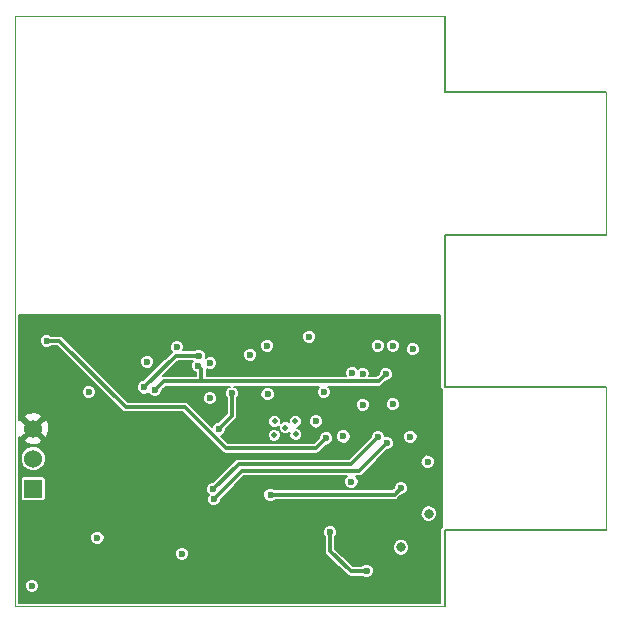
<source format=gbr>
G04 (created by PCBNEW (2013-mar-13)-testing) date Sun 16 Jun 2013 07:49:01 AM ICT*
%MOIN*%
G04 Gerber Fmt 3.4, Leading zero omitted, Abs format*
%FSLAX34Y34*%
G01*
G70*
G90*
G04 APERTURE LIST*
%ADD10C,0.00393701*%
%ADD11C,0.00590551*%
%ADD12R,0.06X0.06*%
%ADD13C,0.06*%
%ADD14C,0.023622*%
%ADD15C,0.019685*%
%ADD16C,0.0314961*%
%ADD17C,0.011811*%
%ADD18C,0.00787402*%
G04 APERTURE END LIST*
G54D10*
G54D11*
X53681Y-32066D02*
X53681Y-26988D01*
X59055Y-32066D02*
X53681Y-32066D01*
X59055Y-22224D02*
X53681Y-22224D01*
X59055Y-26988D02*
X53681Y-26988D01*
X53681Y-36830D02*
X53681Y-39370D01*
X53681Y-22224D02*
X53681Y-19685D01*
X59055Y-36830D02*
X53681Y-36830D01*
G54D10*
X39370Y-19685D02*
X53681Y-19685D01*
X59055Y-22224D02*
X59055Y-26988D01*
X59055Y-32066D02*
X59055Y-36830D01*
X53681Y-39370D02*
X39370Y-39370D01*
X39370Y-39370D02*
X39370Y-19685D01*
G54D12*
X39960Y-35448D03*
G54D13*
X39960Y-34448D03*
X39960Y-33448D03*
G54D14*
X46594Y-32273D03*
X46151Y-33454D03*
X49645Y-32224D03*
X47204Y-30984D03*
X52539Y-33720D03*
X53110Y-34547D03*
X45964Y-35472D03*
X51456Y-33740D03*
X45984Y-35807D03*
X51751Y-33937D03*
X49163Y-30383D03*
X50944Y-31624D03*
X47765Y-30688D03*
X50600Y-31594D03*
X40413Y-30521D03*
X49734Y-33769D03*
X50305Y-33710D03*
X44753Y-30738D03*
X50944Y-32657D03*
X50570Y-35216D03*
X51948Y-32637D03*
X45856Y-32431D03*
X45472Y-31348D03*
X51712Y-31633D03*
X44025Y-32155D03*
X45482Y-31013D03*
X43651Y-32076D03*
X51957Y-30688D03*
X51447Y-30688D03*
X52224Y-35433D03*
X47874Y-35649D03*
G54D15*
X48720Y-33641D03*
X47992Y-33661D03*
X48700Y-33208D03*
X48011Y-33208D03*
X48365Y-33425D03*
G54D16*
X53149Y-36279D03*
G54D14*
X46555Y-31062D03*
X44744Y-31496D03*
G54D15*
X43976Y-34744D03*
X44409Y-34744D03*
X44409Y-34311D03*
X44409Y-33877D03*
X43976Y-33877D03*
X43976Y-34311D03*
X43543Y-34744D03*
X43533Y-34734D03*
X43966Y-35167D03*
X44399Y-35167D03*
X44399Y-35600D03*
X43966Y-35600D03*
X43533Y-35600D03*
X43533Y-35167D03*
X43110Y-34744D03*
X42677Y-34744D03*
X42677Y-35177D03*
X42677Y-35610D03*
X43110Y-35610D03*
X43110Y-35177D03*
X43543Y-34744D03*
X43543Y-34744D03*
X43110Y-34311D03*
X42677Y-34311D03*
X42677Y-33877D03*
X43110Y-33877D03*
X43543Y-33877D03*
X43543Y-34311D03*
G54D14*
X46377Y-34685D03*
X46535Y-33503D03*
X44763Y-37125D03*
X42696Y-37597D03*
X42440Y-31713D03*
X49370Y-31122D03*
G54D15*
X51259Y-36397D03*
X51259Y-36948D03*
X50826Y-36948D03*
X50393Y-36948D03*
X50393Y-36397D03*
X50826Y-36397D03*
G54D14*
X49862Y-36909D03*
X51082Y-38188D03*
X43769Y-31221D03*
X39921Y-38690D03*
X49389Y-33208D03*
X45866Y-31259D03*
X47775Y-32303D03*
X44921Y-37618D03*
X42106Y-37086D03*
X41811Y-32224D03*
X52618Y-30807D03*
G54D16*
X52224Y-37401D03*
G54D17*
X46594Y-33011D02*
X46594Y-32273D01*
X46151Y-33454D02*
X46594Y-33011D01*
X50570Y-34625D02*
X46811Y-34625D01*
X46811Y-34625D02*
X45964Y-35472D01*
X51456Y-33740D02*
X50570Y-34625D01*
X46929Y-34862D02*
X45984Y-35807D01*
X50826Y-34862D02*
X46929Y-34862D01*
X51751Y-33937D02*
X50826Y-34862D01*
X49734Y-33769D02*
X49399Y-34104D01*
X49399Y-34104D02*
X46387Y-34104D01*
X46387Y-34104D02*
X45009Y-32726D01*
X45009Y-32726D02*
X43041Y-32726D01*
X43041Y-32726D02*
X40836Y-30521D01*
X40836Y-30521D02*
X40413Y-30521D01*
X40413Y-30521D02*
X40393Y-30521D01*
X45570Y-31446D02*
X45570Y-31870D01*
X45472Y-31348D02*
X45570Y-31446D01*
X44311Y-31870D02*
X44035Y-32145D01*
X51476Y-31870D02*
X45570Y-31870D01*
X45570Y-31870D02*
X44311Y-31870D01*
X51712Y-31633D02*
X51476Y-31870D01*
X44035Y-32145D02*
X44035Y-32145D01*
X44025Y-32155D02*
X44035Y-32145D01*
X44714Y-31013D02*
X45482Y-31013D01*
X43651Y-32076D02*
X44714Y-31013D01*
X52224Y-35433D02*
X52007Y-35649D01*
X52007Y-35649D02*
X47874Y-35649D01*
X49862Y-37519D02*
X49862Y-36909D01*
X50551Y-38208D02*
X49862Y-37519D01*
X51062Y-38208D02*
X50551Y-38208D01*
X51082Y-38188D02*
X51062Y-38208D01*
X43769Y-31221D02*
X43769Y-31220D01*
X52224Y-37401D02*
X52244Y-37401D01*
G54D10*
G36*
X45393Y-31692D02*
X44311Y-31692D01*
X44279Y-31699D01*
X44787Y-31190D01*
X45295Y-31190D01*
X45272Y-31214D01*
X45236Y-31301D01*
X45236Y-31395D01*
X45272Y-31482D01*
X45338Y-31548D01*
X45393Y-31571D01*
X45393Y-31692D01*
X45393Y-31692D01*
G37*
G54D18*
X45393Y-31692D02*
X44311Y-31692D01*
X44279Y-31699D01*
X44787Y-31190D01*
X45295Y-31190D01*
X45272Y-31214D01*
X45236Y-31301D01*
X45236Y-31395D01*
X45272Y-31482D01*
X45338Y-31548D01*
X45393Y-31571D01*
X45393Y-31692D01*
G54D10*
G36*
X53582Y-36722D02*
X53576Y-36726D01*
X53544Y-36774D01*
X53533Y-36830D01*
X53533Y-39251D01*
X53425Y-39251D01*
X53425Y-36224D01*
X53383Y-36123D01*
X53346Y-36086D01*
X53346Y-34500D01*
X53310Y-34413D01*
X53244Y-34347D01*
X53157Y-34311D01*
X53063Y-34310D01*
X52976Y-34346D01*
X52910Y-34413D01*
X52874Y-34500D01*
X52873Y-34594D01*
X52909Y-34680D01*
X52976Y-34747D01*
X53063Y-34783D01*
X53157Y-34783D01*
X53243Y-34747D01*
X53310Y-34681D01*
X53346Y-34594D01*
X53346Y-34500D01*
X53346Y-36086D01*
X53305Y-36046D01*
X53204Y-36003D01*
X53095Y-36003D01*
X52993Y-36045D01*
X52916Y-36123D01*
X52874Y-36224D01*
X52873Y-36334D01*
X52915Y-36435D01*
X52993Y-36513D01*
X53094Y-36555D01*
X53204Y-36555D01*
X53305Y-36513D01*
X53383Y-36435D01*
X53425Y-36334D01*
X53425Y-36224D01*
X53425Y-39251D01*
X52854Y-39251D01*
X52854Y-30760D01*
X52818Y-30673D01*
X52752Y-30606D01*
X52665Y-30570D01*
X52571Y-30570D01*
X52484Y-30606D01*
X52417Y-30673D01*
X52381Y-30759D01*
X52381Y-30853D01*
X52417Y-30940D01*
X52484Y-31007D01*
X52570Y-31043D01*
X52664Y-31043D01*
X52751Y-31007D01*
X52818Y-30941D01*
X52854Y-30854D01*
X52854Y-30760D01*
X52854Y-39251D01*
X52775Y-39251D01*
X52775Y-33673D01*
X52739Y-33586D01*
X52673Y-33520D01*
X52586Y-33484D01*
X52492Y-33484D01*
X52405Y-33520D01*
X52339Y-33586D01*
X52303Y-33673D01*
X52303Y-33767D01*
X52338Y-33854D01*
X52405Y-33920D01*
X52492Y-33956D01*
X52586Y-33956D01*
X52673Y-33920D01*
X52739Y-33854D01*
X52775Y-33767D01*
X52775Y-33673D01*
X52775Y-39251D01*
X52500Y-39251D01*
X52500Y-37346D01*
X52460Y-37251D01*
X52460Y-35386D01*
X52424Y-35299D01*
X52358Y-35232D01*
X52271Y-35196D01*
X52193Y-35196D01*
X52193Y-30642D01*
X52157Y-30555D01*
X52091Y-30488D01*
X52004Y-30452D01*
X51910Y-30452D01*
X51823Y-30488D01*
X51756Y-30554D01*
X51720Y-30641D01*
X51720Y-30735D01*
X51756Y-30822D01*
X51823Y-30889D01*
X51909Y-30925D01*
X52003Y-30925D01*
X52090Y-30889D01*
X52157Y-30822D01*
X52193Y-30736D01*
X52193Y-30642D01*
X52193Y-35196D01*
X52185Y-35196D01*
X52185Y-32591D01*
X52149Y-32504D01*
X52082Y-32437D01*
X51996Y-32401D01*
X51948Y-32401D01*
X51948Y-31587D01*
X51912Y-31500D01*
X51846Y-31433D01*
X51759Y-31397D01*
X51683Y-31397D01*
X51683Y-30642D01*
X51647Y-30555D01*
X51581Y-30488D01*
X51494Y-30452D01*
X51400Y-30452D01*
X51313Y-30488D01*
X51246Y-30554D01*
X51210Y-30641D01*
X51210Y-30735D01*
X51246Y-30822D01*
X51313Y-30889D01*
X51399Y-30925D01*
X51493Y-30925D01*
X51580Y-30889D01*
X51647Y-30822D01*
X51683Y-30736D01*
X51683Y-30642D01*
X51683Y-31397D01*
X51665Y-31397D01*
X51578Y-31433D01*
X51512Y-31499D01*
X51476Y-31586D01*
X51476Y-31619D01*
X51402Y-31692D01*
X51172Y-31692D01*
X51181Y-31671D01*
X51181Y-31577D01*
X51145Y-31490D01*
X51078Y-31423D01*
X50992Y-31387D01*
X50898Y-31387D01*
X50811Y-31423D01*
X50787Y-31447D01*
X50734Y-31394D01*
X50647Y-31358D01*
X50553Y-31358D01*
X50466Y-31394D01*
X50400Y-31460D01*
X50364Y-31547D01*
X50364Y-31641D01*
X50385Y-31692D01*
X49399Y-31692D01*
X49399Y-30337D01*
X49363Y-30250D01*
X49297Y-30183D01*
X49210Y-30147D01*
X49116Y-30147D01*
X49029Y-30183D01*
X48963Y-30249D01*
X48927Y-30336D01*
X48927Y-30430D01*
X48963Y-30517D01*
X49029Y-30583D01*
X49116Y-30620D01*
X49210Y-30620D01*
X49297Y-30584D01*
X49363Y-30517D01*
X49399Y-30431D01*
X49399Y-30337D01*
X49399Y-31692D01*
X48002Y-31692D01*
X48002Y-30642D01*
X47966Y-30555D01*
X47899Y-30488D01*
X47812Y-30452D01*
X47718Y-30452D01*
X47632Y-30488D01*
X47565Y-30554D01*
X47529Y-30641D01*
X47529Y-30735D01*
X47565Y-30822D01*
X47631Y-30889D01*
X47718Y-30925D01*
X47812Y-30925D01*
X47899Y-30889D01*
X47965Y-30822D01*
X48001Y-30736D01*
X48002Y-30642D01*
X48002Y-31692D01*
X47440Y-31692D01*
X47440Y-30937D01*
X47405Y-30850D01*
X47338Y-30784D01*
X47251Y-30748D01*
X47157Y-30747D01*
X47071Y-30783D01*
X47004Y-30850D01*
X46968Y-30937D01*
X46968Y-31031D01*
X47004Y-31117D01*
X47070Y-31184D01*
X47157Y-31220D01*
X47251Y-31220D01*
X47338Y-31184D01*
X47404Y-31118D01*
X47440Y-31031D01*
X47440Y-30937D01*
X47440Y-31692D01*
X45748Y-31692D01*
X45748Y-31466D01*
X45818Y-31496D01*
X45912Y-31496D01*
X45999Y-31460D01*
X46066Y-31393D01*
X46102Y-31307D01*
X46102Y-31213D01*
X46066Y-31126D01*
X46000Y-31059D01*
X45913Y-31023D01*
X45819Y-31023D01*
X45732Y-31059D01*
X45709Y-31082D01*
X45718Y-31060D01*
X45718Y-30966D01*
X45682Y-30880D01*
X45616Y-30813D01*
X45529Y-30777D01*
X45435Y-30777D01*
X45348Y-30813D01*
X45325Y-30836D01*
X44968Y-30836D01*
X44990Y-30785D01*
X44990Y-30691D01*
X44954Y-30604D01*
X44887Y-30538D01*
X44801Y-30502D01*
X44707Y-30501D01*
X44620Y-30537D01*
X44553Y-30604D01*
X44517Y-30690D01*
X44517Y-30784D01*
X44553Y-30871D01*
X44579Y-30898D01*
X44005Y-31471D01*
X44005Y-31174D01*
X43970Y-31087D01*
X43903Y-31020D01*
X43816Y-30984D01*
X43722Y-30984D01*
X43636Y-31020D01*
X43569Y-31087D01*
X43533Y-31173D01*
X43533Y-31267D01*
X43569Y-31354D01*
X43635Y-31421D01*
X43722Y-31457D01*
X43816Y-31457D01*
X43903Y-31421D01*
X43969Y-31355D01*
X44005Y-31268D01*
X44005Y-31174D01*
X44005Y-31471D01*
X43637Y-31840D01*
X43604Y-31840D01*
X43517Y-31876D01*
X43451Y-31942D01*
X43415Y-32029D01*
X43415Y-32123D01*
X43451Y-32210D01*
X43517Y-32276D01*
X43604Y-32312D01*
X43698Y-32313D01*
X43785Y-32277D01*
X43810Y-32252D01*
X43825Y-32289D01*
X43891Y-32355D01*
X43978Y-32391D01*
X44072Y-32391D01*
X44159Y-32355D01*
X44225Y-32289D01*
X44261Y-32202D01*
X44261Y-32169D01*
X44384Y-32047D01*
X45570Y-32047D01*
X46523Y-32047D01*
X46460Y-32073D01*
X46394Y-32139D01*
X46358Y-32226D01*
X46358Y-32320D01*
X46394Y-32407D01*
X46417Y-32430D01*
X46417Y-32938D01*
X46137Y-33218D01*
X46104Y-33218D01*
X46092Y-33223D01*
X46092Y-32384D01*
X46056Y-32297D01*
X45990Y-32230D01*
X45903Y-32194D01*
X45809Y-32194D01*
X45722Y-32230D01*
X45656Y-32297D01*
X45620Y-32383D01*
X45620Y-32477D01*
X45655Y-32564D01*
X45722Y-32631D01*
X45809Y-32667D01*
X45903Y-32667D01*
X45989Y-32631D01*
X46056Y-32565D01*
X46092Y-32478D01*
X46092Y-32384D01*
X46092Y-33223D01*
X46017Y-33254D01*
X45951Y-33320D01*
X45923Y-33389D01*
X45135Y-32601D01*
X45077Y-32562D01*
X45009Y-32549D01*
X43114Y-32549D01*
X40961Y-30396D01*
X40904Y-30357D01*
X40836Y-30344D01*
X40570Y-30344D01*
X40547Y-30321D01*
X40460Y-30285D01*
X40366Y-30285D01*
X40279Y-30321D01*
X40213Y-30387D01*
X40177Y-30474D01*
X40177Y-30568D01*
X40213Y-30655D01*
X40279Y-30721D01*
X40366Y-30757D01*
X40460Y-30757D01*
X40547Y-30722D01*
X40570Y-30698D01*
X40763Y-30698D01*
X42916Y-32851D01*
X42973Y-32890D01*
X42973Y-32890D01*
X43041Y-32903D01*
X44936Y-32903D01*
X46262Y-34229D01*
X46319Y-34268D01*
X46387Y-34281D01*
X49399Y-34281D01*
X49467Y-34268D01*
X49467Y-34268D01*
X49524Y-34229D01*
X49748Y-34005D01*
X49781Y-34005D01*
X49867Y-33970D01*
X49934Y-33903D01*
X49970Y-33816D01*
X49970Y-33722D01*
X49934Y-33636D01*
X49868Y-33569D01*
X49781Y-33533D01*
X49687Y-33533D01*
X49626Y-33558D01*
X49626Y-33161D01*
X49590Y-33075D01*
X49523Y-33008D01*
X49436Y-32972D01*
X49342Y-32972D01*
X49256Y-33008D01*
X49189Y-33074D01*
X49153Y-33161D01*
X49153Y-33255D01*
X49189Y-33342D01*
X49255Y-33408D01*
X49342Y-33444D01*
X49436Y-33444D01*
X49523Y-33409D01*
X49589Y-33342D01*
X49625Y-33255D01*
X49626Y-33161D01*
X49626Y-33558D01*
X49600Y-33569D01*
X49534Y-33635D01*
X49498Y-33722D01*
X49498Y-33755D01*
X49326Y-33927D01*
X48937Y-33927D01*
X48937Y-33598D01*
X48904Y-33519D01*
X48843Y-33458D01*
X48763Y-33425D01*
X48743Y-33425D01*
X48823Y-33392D01*
X48884Y-33331D01*
X48917Y-33251D01*
X48917Y-33165D01*
X48884Y-33086D01*
X48823Y-33025D01*
X48744Y-32992D01*
X48657Y-32992D01*
X48578Y-33024D01*
X48517Y-33085D01*
X48484Y-33165D01*
X48484Y-33239D01*
X48409Y-33208D01*
X48322Y-33208D01*
X48243Y-33241D01*
X48225Y-33259D01*
X48228Y-33251D01*
X48228Y-33165D01*
X48195Y-33086D01*
X48134Y-33025D01*
X48055Y-32992D01*
X48011Y-32992D01*
X48011Y-32256D01*
X47975Y-32169D01*
X47909Y-32103D01*
X47822Y-32066D01*
X47728Y-32066D01*
X47641Y-32102D01*
X47575Y-32169D01*
X47539Y-32255D01*
X47539Y-32349D01*
X47575Y-32436D01*
X47641Y-32503D01*
X47728Y-32539D01*
X47822Y-32539D01*
X47909Y-32503D01*
X47975Y-32437D01*
X48011Y-32350D01*
X48011Y-32256D01*
X48011Y-32992D01*
X47968Y-32992D01*
X47889Y-33024D01*
X47828Y-33085D01*
X47795Y-33165D01*
X47795Y-33251D01*
X47828Y-33331D01*
X47888Y-33392D01*
X47968Y-33425D01*
X48054Y-33425D01*
X48134Y-33392D01*
X48152Y-33374D01*
X48149Y-33381D01*
X48149Y-33468D01*
X48182Y-33547D01*
X48243Y-33608D01*
X48322Y-33641D01*
X48408Y-33641D01*
X48488Y-33608D01*
X48507Y-33589D01*
X48503Y-33598D01*
X48503Y-33684D01*
X48536Y-33764D01*
X48597Y-33825D01*
X48677Y-33858D01*
X48763Y-33858D01*
X48842Y-33825D01*
X48903Y-33764D01*
X48936Y-33684D01*
X48937Y-33598D01*
X48937Y-33927D01*
X48208Y-33927D01*
X48208Y-33618D01*
X48175Y-33538D01*
X48114Y-33477D01*
X48035Y-33444D01*
X47949Y-33444D01*
X47869Y-33477D01*
X47808Y-33538D01*
X47775Y-33618D01*
X47775Y-33704D01*
X47808Y-33783D01*
X47869Y-33844D01*
X47948Y-33877D01*
X48035Y-33877D01*
X48114Y-33845D01*
X48175Y-33784D01*
X48208Y-33704D01*
X48208Y-33618D01*
X48208Y-33927D01*
X46461Y-33927D01*
X46217Y-33683D01*
X46285Y-33655D01*
X46351Y-33588D01*
X46387Y-33501D01*
X46387Y-33469D01*
X46719Y-33137D01*
X46758Y-33079D01*
X46771Y-33011D01*
X46771Y-32430D01*
X46794Y-32407D01*
X46830Y-32320D01*
X46830Y-32226D01*
X46794Y-32139D01*
X46728Y-32073D01*
X46665Y-32047D01*
X49488Y-32047D01*
X49445Y-32090D01*
X49409Y-32177D01*
X49409Y-32271D01*
X49445Y-32358D01*
X49511Y-32424D01*
X49598Y-32460D01*
X49692Y-32460D01*
X49779Y-32424D01*
X49845Y-32358D01*
X49881Y-32271D01*
X49881Y-32177D01*
X49846Y-32090D01*
X49802Y-32047D01*
X51476Y-32047D01*
X51544Y-32033D01*
X51544Y-32033D01*
X51601Y-31995D01*
X51726Y-31870D01*
X51759Y-31870D01*
X51846Y-31834D01*
X51912Y-31767D01*
X51948Y-31681D01*
X51948Y-31587D01*
X51948Y-32401D01*
X51902Y-32401D01*
X51815Y-32437D01*
X51748Y-32503D01*
X51712Y-32590D01*
X51712Y-32684D01*
X51748Y-32771D01*
X51814Y-32837D01*
X51901Y-32873D01*
X51995Y-32874D01*
X52082Y-32838D01*
X52148Y-32771D01*
X52184Y-32684D01*
X52185Y-32591D01*
X52185Y-35196D01*
X52177Y-35196D01*
X52090Y-35232D01*
X52024Y-35299D01*
X51988Y-35385D01*
X51988Y-33890D01*
X51952Y-33803D01*
X51885Y-33736D01*
X51799Y-33700D01*
X51705Y-33700D01*
X51692Y-33705D01*
X51692Y-33693D01*
X51657Y-33606D01*
X51590Y-33540D01*
X51503Y-33503D01*
X51409Y-33503D01*
X51323Y-33539D01*
X51256Y-33606D01*
X51220Y-33692D01*
X51220Y-33725D01*
X51181Y-33765D01*
X51181Y-32610D01*
X51145Y-32523D01*
X51078Y-32457D01*
X50992Y-32421D01*
X50898Y-32421D01*
X50811Y-32457D01*
X50744Y-32523D01*
X50708Y-32610D01*
X50708Y-32704D01*
X50744Y-32791D01*
X50810Y-32857D01*
X50897Y-32893D01*
X50991Y-32893D01*
X51078Y-32857D01*
X51145Y-32791D01*
X51181Y-32704D01*
X51181Y-32610D01*
X51181Y-33765D01*
X50541Y-34404D01*
X50541Y-33663D01*
X50505Y-33576D01*
X50439Y-33510D01*
X50352Y-33474D01*
X50258Y-33474D01*
X50171Y-33510D01*
X50104Y-33576D01*
X50068Y-33663D01*
X50068Y-33757D01*
X50104Y-33844D01*
X50171Y-33910D01*
X50257Y-33946D01*
X50351Y-33946D01*
X50438Y-33911D01*
X50505Y-33844D01*
X50541Y-33757D01*
X50541Y-33663D01*
X50541Y-34404D01*
X50497Y-34448D01*
X46811Y-34448D01*
X46743Y-34462D01*
X46685Y-34500D01*
X45950Y-35236D01*
X45917Y-35236D01*
X45830Y-35272D01*
X45764Y-35338D01*
X45728Y-35425D01*
X45728Y-35519D01*
X45764Y-35606D01*
X45807Y-35649D01*
X45784Y-35673D01*
X45748Y-35759D01*
X45747Y-35853D01*
X45783Y-35940D01*
X45850Y-36007D01*
X45937Y-36043D01*
X46031Y-36043D01*
X46117Y-36007D01*
X46184Y-35941D01*
X46220Y-35854D01*
X46220Y-35821D01*
X47002Y-35039D01*
X50413Y-35039D01*
X50370Y-35082D01*
X50334Y-35169D01*
X50334Y-35263D01*
X50370Y-35350D01*
X50436Y-35416D01*
X50523Y-35452D01*
X50617Y-35452D01*
X50704Y-35416D01*
X50771Y-35350D01*
X50807Y-35263D01*
X50807Y-35169D01*
X50771Y-35082D01*
X50727Y-35039D01*
X50826Y-35039D01*
X50894Y-35025D01*
X50894Y-35025D01*
X50952Y-34987D01*
X51766Y-34173D01*
X51798Y-34173D01*
X51885Y-34137D01*
X51952Y-34070D01*
X51988Y-33984D01*
X51988Y-33890D01*
X51988Y-35385D01*
X51988Y-35418D01*
X51934Y-35472D01*
X48030Y-35472D01*
X48007Y-35449D01*
X47921Y-35413D01*
X47827Y-35413D01*
X47740Y-35449D01*
X47673Y-35515D01*
X47637Y-35602D01*
X47637Y-35696D01*
X47673Y-35783D01*
X47740Y-35849D01*
X47826Y-35885D01*
X47920Y-35885D01*
X48007Y-35849D01*
X48030Y-35826D01*
X52007Y-35826D01*
X52075Y-35813D01*
X52075Y-35813D01*
X52133Y-35774D01*
X52238Y-35669D01*
X52271Y-35669D01*
X52358Y-35633D01*
X52424Y-35567D01*
X52460Y-35480D01*
X52460Y-35386D01*
X52460Y-37251D01*
X52458Y-37245D01*
X52380Y-37168D01*
X52279Y-37126D01*
X52169Y-37125D01*
X52068Y-37167D01*
X51990Y-37245D01*
X51948Y-37346D01*
X51948Y-37456D01*
X51990Y-37557D01*
X52068Y-37635D01*
X52169Y-37677D01*
X52279Y-37677D01*
X52380Y-37635D01*
X52457Y-37557D01*
X52500Y-37456D01*
X52500Y-37346D01*
X52500Y-39251D01*
X51318Y-39251D01*
X51318Y-38142D01*
X51283Y-38055D01*
X51216Y-37988D01*
X51129Y-37952D01*
X51035Y-37952D01*
X50949Y-37988D01*
X50906Y-38031D01*
X50624Y-38031D01*
X50039Y-37446D01*
X50039Y-37066D01*
X50062Y-37043D01*
X50098Y-36956D01*
X50098Y-36862D01*
X50062Y-36775D01*
X49996Y-36709D01*
X49909Y-36673D01*
X49815Y-36673D01*
X49728Y-36709D01*
X49662Y-36775D01*
X49626Y-36862D01*
X49625Y-36956D01*
X49661Y-37043D01*
X49685Y-37066D01*
X49685Y-37519D01*
X49698Y-37587D01*
X49736Y-37644D01*
X50425Y-38333D01*
X50483Y-38372D01*
X50483Y-38372D01*
X50551Y-38385D01*
X50945Y-38385D01*
X50948Y-38389D01*
X51035Y-38425D01*
X51129Y-38425D01*
X51216Y-38389D01*
X51282Y-38322D01*
X51318Y-38236D01*
X51318Y-38142D01*
X51318Y-39251D01*
X45157Y-39251D01*
X45157Y-37571D01*
X45121Y-37484D01*
X45055Y-37417D01*
X44968Y-37381D01*
X44874Y-37381D01*
X44787Y-37417D01*
X44721Y-37484D01*
X44685Y-37570D01*
X44684Y-37664D01*
X44720Y-37751D01*
X44787Y-37818D01*
X44874Y-37854D01*
X44968Y-37854D01*
X45054Y-37818D01*
X45121Y-37752D01*
X45157Y-37665D01*
X45157Y-37571D01*
X45157Y-39251D01*
X42342Y-39251D01*
X42342Y-37039D01*
X42306Y-36952D01*
X42240Y-36886D01*
X42153Y-36850D01*
X42059Y-36850D01*
X42047Y-36855D01*
X42047Y-32177D01*
X42011Y-32090D01*
X41945Y-32024D01*
X41858Y-31988D01*
X41764Y-31988D01*
X41677Y-32024D01*
X41610Y-32090D01*
X41574Y-32177D01*
X41574Y-32271D01*
X41610Y-32358D01*
X41677Y-32424D01*
X41763Y-32460D01*
X41857Y-32460D01*
X41944Y-32424D01*
X42011Y-32358D01*
X42047Y-32271D01*
X42047Y-32177D01*
X42047Y-36855D01*
X41972Y-36886D01*
X41906Y-36952D01*
X41870Y-37039D01*
X41870Y-37133D01*
X41905Y-37220D01*
X41972Y-37286D01*
X42059Y-37322D01*
X42153Y-37322D01*
X42239Y-37286D01*
X42306Y-37220D01*
X42342Y-37133D01*
X42342Y-37039D01*
X42342Y-39251D01*
X40506Y-39251D01*
X40506Y-33517D01*
X40491Y-33303D01*
X40438Y-33176D01*
X40347Y-33147D01*
X40261Y-33233D01*
X40261Y-33062D01*
X40232Y-32970D01*
X40029Y-32903D01*
X39815Y-32918D01*
X39688Y-32970D01*
X39659Y-33062D01*
X39960Y-33363D01*
X40261Y-33062D01*
X40261Y-33233D01*
X40046Y-33448D01*
X40347Y-33749D01*
X40438Y-33721D01*
X40506Y-33517D01*
X40506Y-39251D01*
X40378Y-39251D01*
X40378Y-34366D01*
X40315Y-34212D01*
X40261Y-34158D01*
X40261Y-33835D01*
X39960Y-33534D01*
X39659Y-33835D01*
X39688Y-33926D01*
X39891Y-33994D01*
X40106Y-33979D01*
X40232Y-33926D01*
X40261Y-33835D01*
X40261Y-34158D01*
X40197Y-34094D01*
X40044Y-34030D01*
X39877Y-34030D01*
X39724Y-34094D01*
X39606Y-34211D01*
X39542Y-34365D01*
X39542Y-34531D01*
X39605Y-34685D01*
X39723Y-34803D01*
X39877Y-34866D01*
X40043Y-34867D01*
X40197Y-34803D01*
X40314Y-34685D01*
X40378Y-34532D01*
X40378Y-34366D01*
X40378Y-39251D01*
X40378Y-39251D01*
X40378Y-35725D01*
X40378Y-35125D01*
X40360Y-35082D01*
X40327Y-35048D01*
X40284Y-35030D01*
X40237Y-35030D01*
X39637Y-35030D01*
X39593Y-35048D01*
X39560Y-35081D01*
X39542Y-35125D01*
X39542Y-35172D01*
X39542Y-35772D01*
X39560Y-35815D01*
X39593Y-35848D01*
X39637Y-35866D01*
X39684Y-35866D01*
X40284Y-35866D01*
X40327Y-35849D01*
X40360Y-35815D01*
X40378Y-35772D01*
X40378Y-35725D01*
X40378Y-39251D01*
X40157Y-39251D01*
X40157Y-38644D01*
X40121Y-38557D01*
X40055Y-38490D01*
X39968Y-38454D01*
X39874Y-38454D01*
X39787Y-38490D01*
X39721Y-38556D01*
X39685Y-38643D01*
X39684Y-38737D01*
X39720Y-38824D01*
X39787Y-38891D01*
X39874Y-38927D01*
X39968Y-38927D01*
X40054Y-38891D01*
X40121Y-38824D01*
X40157Y-38738D01*
X40157Y-38644D01*
X40157Y-39251D01*
X39488Y-39251D01*
X39488Y-33722D01*
X39573Y-33749D01*
X39874Y-33448D01*
X39573Y-33147D01*
X39488Y-33174D01*
X39488Y-29645D01*
X53533Y-29645D01*
X53533Y-32066D01*
X53544Y-32123D01*
X53576Y-32171D01*
X53582Y-32175D01*
X53582Y-36722D01*
X53582Y-36722D01*
G37*
G54D18*
X53582Y-36722D02*
X53576Y-36726D01*
X53544Y-36774D01*
X53533Y-36830D01*
X53533Y-39251D01*
X53425Y-39251D01*
X53425Y-36224D01*
X53383Y-36123D01*
X53346Y-36086D01*
X53346Y-34500D01*
X53310Y-34413D01*
X53244Y-34347D01*
X53157Y-34311D01*
X53063Y-34310D01*
X52976Y-34346D01*
X52910Y-34413D01*
X52874Y-34500D01*
X52873Y-34594D01*
X52909Y-34680D01*
X52976Y-34747D01*
X53063Y-34783D01*
X53157Y-34783D01*
X53243Y-34747D01*
X53310Y-34681D01*
X53346Y-34594D01*
X53346Y-34500D01*
X53346Y-36086D01*
X53305Y-36046D01*
X53204Y-36003D01*
X53095Y-36003D01*
X52993Y-36045D01*
X52916Y-36123D01*
X52874Y-36224D01*
X52873Y-36334D01*
X52915Y-36435D01*
X52993Y-36513D01*
X53094Y-36555D01*
X53204Y-36555D01*
X53305Y-36513D01*
X53383Y-36435D01*
X53425Y-36334D01*
X53425Y-36224D01*
X53425Y-39251D01*
X52854Y-39251D01*
X52854Y-30760D01*
X52818Y-30673D01*
X52752Y-30606D01*
X52665Y-30570D01*
X52571Y-30570D01*
X52484Y-30606D01*
X52417Y-30673D01*
X52381Y-30759D01*
X52381Y-30853D01*
X52417Y-30940D01*
X52484Y-31007D01*
X52570Y-31043D01*
X52664Y-31043D01*
X52751Y-31007D01*
X52818Y-30941D01*
X52854Y-30854D01*
X52854Y-30760D01*
X52854Y-39251D01*
X52775Y-39251D01*
X52775Y-33673D01*
X52739Y-33586D01*
X52673Y-33520D01*
X52586Y-33484D01*
X52492Y-33484D01*
X52405Y-33520D01*
X52339Y-33586D01*
X52303Y-33673D01*
X52303Y-33767D01*
X52338Y-33854D01*
X52405Y-33920D01*
X52492Y-33956D01*
X52586Y-33956D01*
X52673Y-33920D01*
X52739Y-33854D01*
X52775Y-33767D01*
X52775Y-33673D01*
X52775Y-39251D01*
X52500Y-39251D01*
X52500Y-37346D01*
X52460Y-37251D01*
X52460Y-35386D01*
X52424Y-35299D01*
X52358Y-35232D01*
X52271Y-35196D01*
X52193Y-35196D01*
X52193Y-30642D01*
X52157Y-30555D01*
X52091Y-30488D01*
X52004Y-30452D01*
X51910Y-30452D01*
X51823Y-30488D01*
X51756Y-30554D01*
X51720Y-30641D01*
X51720Y-30735D01*
X51756Y-30822D01*
X51823Y-30889D01*
X51909Y-30925D01*
X52003Y-30925D01*
X52090Y-30889D01*
X52157Y-30822D01*
X52193Y-30736D01*
X52193Y-30642D01*
X52193Y-35196D01*
X52185Y-35196D01*
X52185Y-32591D01*
X52149Y-32504D01*
X52082Y-32437D01*
X51996Y-32401D01*
X51948Y-32401D01*
X51948Y-31587D01*
X51912Y-31500D01*
X51846Y-31433D01*
X51759Y-31397D01*
X51683Y-31397D01*
X51683Y-30642D01*
X51647Y-30555D01*
X51581Y-30488D01*
X51494Y-30452D01*
X51400Y-30452D01*
X51313Y-30488D01*
X51246Y-30554D01*
X51210Y-30641D01*
X51210Y-30735D01*
X51246Y-30822D01*
X51313Y-30889D01*
X51399Y-30925D01*
X51493Y-30925D01*
X51580Y-30889D01*
X51647Y-30822D01*
X51683Y-30736D01*
X51683Y-30642D01*
X51683Y-31397D01*
X51665Y-31397D01*
X51578Y-31433D01*
X51512Y-31499D01*
X51476Y-31586D01*
X51476Y-31619D01*
X51402Y-31692D01*
X51172Y-31692D01*
X51181Y-31671D01*
X51181Y-31577D01*
X51145Y-31490D01*
X51078Y-31423D01*
X50992Y-31387D01*
X50898Y-31387D01*
X50811Y-31423D01*
X50787Y-31447D01*
X50734Y-31394D01*
X50647Y-31358D01*
X50553Y-31358D01*
X50466Y-31394D01*
X50400Y-31460D01*
X50364Y-31547D01*
X50364Y-31641D01*
X50385Y-31692D01*
X49399Y-31692D01*
X49399Y-30337D01*
X49363Y-30250D01*
X49297Y-30183D01*
X49210Y-30147D01*
X49116Y-30147D01*
X49029Y-30183D01*
X48963Y-30249D01*
X48927Y-30336D01*
X48927Y-30430D01*
X48963Y-30517D01*
X49029Y-30583D01*
X49116Y-30620D01*
X49210Y-30620D01*
X49297Y-30584D01*
X49363Y-30517D01*
X49399Y-30431D01*
X49399Y-30337D01*
X49399Y-31692D01*
X48002Y-31692D01*
X48002Y-30642D01*
X47966Y-30555D01*
X47899Y-30488D01*
X47812Y-30452D01*
X47718Y-30452D01*
X47632Y-30488D01*
X47565Y-30554D01*
X47529Y-30641D01*
X47529Y-30735D01*
X47565Y-30822D01*
X47631Y-30889D01*
X47718Y-30925D01*
X47812Y-30925D01*
X47899Y-30889D01*
X47965Y-30822D01*
X48001Y-30736D01*
X48002Y-30642D01*
X48002Y-31692D01*
X47440Y-31692D01*
X47440Y-30937D01*
X47405Y-30850D01*
X47338Y-30784D01*
X47251Y-30748D01*
X47157Y-30747D01*
X47071Y-30783D01*
X47004Y-30850D01*
X46968Y-30937D01*
X46968Y-31031D01*
X47004Y-31117D01*
X47070Y-31184D01*
X47157Y-31220D01*
X47251Y-31220D01*
X47338Y-31184D01*
X47404Y-31118D01*
X47440Y-31031D01*
X47440Y-30937D01*
X47440Y-31692D01*
X45748Y-31692D01*
X45748Y-31466D01*
X45818Y-31496D01*
X45912Y-31496D01*
X45999Y-31460D01*
X46066Y-31393D01*
X46102Y-31307D01*
X46102Y-31213D01*
X46066Y-31126D01*
X46000Y-31059D01*
X45913Y-31023D01*
X45819Y-31023D01*
X45732Y-31059D01*
X45709Y-31082D01*
X45718Y-31060D01*
X45718Y-30966D01*
X45682Y-30880D01*
X45616Y-30813D01*
X45529Y-30777D01*
X45435Y-30777D01*
X45348Y-30813D01*
X45325Y-30836D01*
X44968Y-30836D01*
X44990Y-30785D01*
X44990Y-30691D01*
X44954Y-30604D01*
X44887Y-30538D01*
X44801Y-30502D01*
X44707Y-30501D01*
X44620Y-30537D01*
X44553Y-30604D01*
X44517Y-30690D01*
X44517Y-30784D01*
X44553Y-30871D01*
X44579Y-30898D01*
X44005Y-31471D01*
X44005Y-31174D01*
X43970Y-31087D01*
X43903Y-31020D01*
X43816Y-30984D01*
X43722Y-30984D01*
X43636Y-31020D01*
X43569Y-31087D01*
X43533Y-31173D01*
X43533Y-31267D01*
X43569Y-31354D01*
X43635Y-31421D01*
X43722Y-31457D01*
X43816Y-31457D01*
X43903Y-31421D01*
X43969Y-31355D01*
X44005Y-31268D01*
X44005Y-31174D01*
X44005Y-31471D01*
X43637Y-31840D01*
X43604Y-31840D01*
X43517Y-31876D01*
X43451Y-31942D01*
X43415Y-32029D01*
X43415Y-32123D01*
X43451Y-32210D01*
X43517Y-32276D01*
X43604Y-32312D01*
X43698Y-32313D01*
X43785Y-32277D01*
X43810Y-32252D01*
X43825Y-32289D01*
X43891Y-32355D01*
X43978Y-32391D01*
X44072Y-32391D01*
X44159Y-32355D01*
X44225Y-32289D01*
X44261Y-32202D01*
X44261Y-32169D01*
X44384Y-32047D01*
X45570Y-32047D01*
X46523Y-32047D01*
X46460Y-32073D01*
X46394Y-32139D01*
X46358Y-32226D01*
X46358Y-32320D01*
X46394Y-32407D01*
X46417Y-32430D01*
X46417Y-32938D01*
X46137Y-33218D01*
X46104Y-33218D01*
X46092Y-33223D01*
X46092Y-32384D01*
X46056Y-32297D01*
X45990Y-32230D01*
X45903Y-32194D01*
X45809Y-32194D01*
X45722Y-32230D01*
X45656Y-32297D01*
X45620Y-32383D01*
X45620Y-32477D01*
X45655Y-32564D01*
X45722Y-32631D01*
X45809Y-32667D01*
X45903Y-32667D01*
X45989Y-32631D01*
X46056Y-32565D01*
X46092Y-32478D01*
X46092Y-32384D01*
X46092Y-33223D01*
X46017Y-33254D01*
X45951Y-33320D01*
X45923Y-33389D01*
X45135Y-32601D01*
X45077Y-32562D01*
X45009Y-32549D01*
X43114Y-32549D01*
X40961Y-30396D01*
X40904Y-30357D01*
X40836Y-30344D01*
X40570Y-30344D01*
X40547Y-30321D01*
X40460Y-30285D01*
X40366Y-30285D01*
X40279Y-30321D01*
X40213Y-30387D01*
X40177Y-30474D01*
X40177Y-30568D01*
X40213Y-30655D01*
X40279Y-30721D01*
X40366Y-30757D01*
X40460Y-30757D01*
X40547Y-30722D01*
X40570Y-30698D01*
X40763Y-30698D01*
X42916Y-32851D01*
X42973Y-32890D01*
X42973Y-32890D01*
X43041Y-32903D01*
X44936Y-32903D01*
X46262Y-34229D01*
X46319Y-34268D01*
X46387Y-34281D01*
X49399Y-34281D01*
X49467Y-34268D01*
X49467Y-34268D01*
X49524Y-34229D01*
X49748Y-34005D01*
X49781Y-34005D01*
X49867Y-33970D01*
X49934Y-33903D01*
X49970Y-33816D01*
X49970Y-33722D01*
X49934Y-33636D01*
X49868Y-33569D01*
X49781Y-33533D01*
X49687Y-33533D01*
X49626Y-33558D01*
X49626Y-33161D01*
X49590Y-33075D01*
X49523Y-33008D01*
X49436Y-32972D01*
X49342Y-32972D01*
X49256Y-33008D01*
X49189Y-33074D01*
X49153Y-33161D01*
X49153Y-33255D01*
X49189Y-33342D01*
X49255Y-33408D01*
X49342Y-33444D01*
X49436Y-33444D01*
X49523Y-33409D01*
X49589Y-33342D01*
X49625Y-33255D01*
X49626Y-33161D01*
X49626Y-33558D01*
X49600Y-33569D01*
X49534Y-33635D01*
X49498Y-33722D01*
X49498Y-33755D01*
X49326Y-33927D01*
X48937Y-33927D01*
X48937Y-33598D01*
X48904Y-33519D01*
X48843Y-33458D01*
X48763Y-33425D01*
X48743Y-33425D01*
X48823Y-33392D01*
X48884Y-33331D01*
X48917Y-33251D01*
X48917Y-33165D01*
X48884Y-33086D01*
X48823Y-33025D01*
X48744Y-32992D01*
X48657Y-32992D01*
X48578Y-33024D01*
X48517Y-33085D01*
X48484Y-33165D01*
X48484Y-33239D01*
X48409Y-33208D01*
X48322Y-33208D01*
X48243Y-33241D01*
X48225Y-33259D01*
X48228Y-33251D01*
X48228Y-33165D01*
X48195Y-33086D01*
X48134Y-33025D01*
X48055Y-32992D01*
X48011Y-32992D01*
X48011Y-32256D01*
X47975Y-32169D01*
X47909Y-32103D01*
X47822Y-32066D01*
X47728Y-32066D01*
X47641Y-32102D01*
X47575Y-32169D01*
X47539Y-32255D01*
X47539Y-32349D01*
X47575Y-32436D01*
X47641Y-32503D01*
X47728Y-32539D01*
X47822Y-32539D01*
X47909Y-32503D01*
X47975Y-32437D01*
X48011Y-32350D01*
X48011Y-32256D01*
X48011Y-32992D01*
X47968Y-32992D01*
X47889Y-33024D01*
X47828Y-33085D01*
X47795Y-33165D01*
X47795Y-33251D01*
X47828Y-33331D01*
X47888Y-33392D01*
X47968Y-33425D01*
X48054Y-33425D01*
X48134Y-33392D01*
X48152Y-33374D01*
X48149Y-33381D01*
X48149Y-33468D01*
X48182Y-33547D01*
X48243Y-33608D01*
X48322Y-33641D01*
X48408Y-33641D01*
X48488Y-33608D01*
X48507Y-33589D01*
X48503Y-33598D01*
X48503Y-33684D01*
X48536Y-33764D01*
X48597Y-33825D01*
X48677Y-33858D01*
X48763Y-33858D01*
X48842Y-33825D01*
X48903Y-33764D01*
X48936Y-33684D01*
X48937Y-33598D01*
X48937Y-33927D01*
X48208Y-33927D01*
X48208Y-33618D01*
X48175Y-33538D01*
X48114Y-33477D01*
X48035Y-33444D01*
X47949Y-33444D01*
X47869Y-33477D01*
X47808Y-33538D01*
X47775Y-33618D01*
X47775Y-33704D01*
X47808Y-33783D01*
X47869Y-33844D01*
X47948Y-33877D01*
X48035Y-33877D01*
X48114Y-33845D01*
X48175Y-33784D01*
X48208Y-33704D01*
X48208Y-33618D01*
X48208Y-33927D01*
X46461Y-33927D01*
X46217Y-33683D01*
X46285Y-33655D01*
X46351Y-33588D01*
X46387Y-33501D01*
X46387Y-33469D01*
X46719Y-33137D01*
X46758Y-33079D01*
X46771Y-33011D01*
X46771Y-32430D01*
X46794Y-32407D01*
X46830Y-32320D01*
X46830Y-32226D01*
X46794Y-32139D01*
X46728Y-32073D01*
X46665Y-32047D01*
X49488Y-32047D01*
X49445Y-32090D01*
X49409Y-32177D01*
X49409Y-32271D01*
X49445Y-32358D01*
X49511Y-32424D01*
X49598Y-32460D01*
X49692Y-32460D01*
X49779Y-32424D01*
X49845Y-32358D01*
X49881Y-32271D01*
X49881Y-32177D01*
X49846Y-32090D01*
X49802Y-32047D01*
X51476Y-32047D01*
X51544Y-32033D01*
X51544Y-32033D01*
X51601Y-31995D01*
X51726Y-31870D01*
X51759Y-31870D01*
X51846Y-31834D01*
X51912Y-31767D01*
X51948Y-31681D01*
X51948Y-31587D01*
X51948Y-32401D01*
X51902Y-32401D01*
X51815Y-32437D01*
X51748Y-32503D01*
X51712Y-32590D01*
X51712Y-32684D01*
X51748Y-32771D01*
X51814Y-32837D01*
X51901Y-32873D01*
X51995Y-32874D01*
X52082Y-32838D01*
X52148Y-32771D01*
X52184Y-32684D01*
X52185Y-32591D01*
X52185Y-35196D01*
X52177Y-35196D01*
X52090Y-35232D01*
X52024Y-35299D01*
X51988Y-35385D01*
X51988Y-33890D01*
X51952Y-33803D01*
X51885Y-33736D01*
X51799Y-33700D01*
X51705Y-33700D01*
X51692Y-33705D01*
X51692Y-33693D01*
X51657Y-33606D01*
X51590Y-33540D01*
X51503Y-33503D01*
X51409Y-33503D01*
X51323Y-33539D01*
X51256Y-33606D01*
X51220Y-33692D01*
X51220Y-33725D01*
X51181Y-33765D01*
X51181Y-32610D01*
X51145Y-32523D01*
X51078Y-32457D01*
X50992Y-32421D01*
X50898Y-32421D01*
X50811Y-32457D01*
X50744Y-32523D01*
X50708Y-32610D01*
X50708Y-32704D01*
X50744Y-32791D01*
X50810Y-32857D01*
X50897Y-32893D01*
X50991Y-32893D01*
X51078Y-32857D01*
X51145Y-32791D01*
X51181Y-32704D01*
X51181Y-32610D01*
X51181Y-33765D01*
X50541Y-34404D01*
X50541Y-33663D01*
X50505Y-33576D01*
X50439Y-33510D01*
X50352Y-33474D01*
X50258Y-33474D01*
X50171Y-33510D01*
X50104Y-33576D01*
X50068Y-33663D01*
X50068Y-33757D01*
X50104Y-33844D01*
X50171Y-33910D01*
X50257Y-33946D01*
X50351Y-33946D01*
X50438Y-33911D01*
X50505Y-33844D01*
X50541Y-33757D01*
X50541Y-33663D01*
X50541Y-34404D01*
X50497Y-34448D01*
X46811Y-34448D01*
X46743Y-34462D01*
X46685Y-34500D01*
X45950Y-35236D01*
X45917Y-35236D01*
X45830Y-35272D01*
X45764Y-35338D01*
X45728Y-35425D01*
X45728Y-35519D01*
X45764Y-35606D01*
X45807Y-35649D01*
X45784Y-35673D01*
X45748Y-35759D01*
X45747Y-35853D01*
X45783Y-35940D01*
X45850Y-36007D01*
X45937Y-36043D01*
X46031Y-36043D01*
X46117Y-36007D01*
X46184Y-35941D01*
X46220Y-35854D01*
X46220Y-35821D01*
X47002Y-35039D01*
X50413Y-35039D01*
X50370Y-35082D01*
X50334Y-35169D01*
X50334Y-35263D01*
X50370Y-35350D01*
X50436Y-35416D01*
X50523Y-35452D01*
X50617Y-35452D01*
X50704Y-35416D01*
X50771Y-35350D01*
X50807Y-35263D01*
X50807Y-35169D01*
X50771Y-35082D01*
X50727Y-35039D01*
X50826Y-35039D01*
X50894Y-35025D01*
X50894Y-35025D01*
X50952Y-34987D01*
X51766Y-34173D01*
X51798Y-34173D01*
X51885Y-34137D01*
X51952Y-34070D01*
X51988Y-33984D01*
X51988Y-33890D01*
X51988Y-35385D01*
X51988Y-35418D01*
X51934Y-35472D01*
X48030Y-35472D01*
X48007Y-35449D01*
X47921Y-35413D01*
X47827Y-35413D01*
X47740Y-35449D01*
X47673Y-35515D01*
X47637Y-35602D01*
X47637Y-35696D01*
X47673Y-35783D01*
X47740Y-35849D01*
X47826Y-35885D01*
X47920Y-35885D01*
X48007Y-35849D01*
X48030Y-35826D01*
X52007Y-35826D01*
X52075Y-35813D01*
X52075Y-35813D01*
X52133Y-35774D01*
X52238Y-35669D01*
X52271Y-35669D01*
X52358Y-35633D01*
X52424Y-35567D01*
X52460Y-35480D01*
X52460Y-35386D01*
X52460Y-37251D01*
X52458Y-37245D01*
X52380Y-37168D01*
X52279Y-37126D01*
X52169Y-37125D01*
X52068Y-37167D01*
X51990Y-37245D01*
X51948Y-37346D01*
X51948Y-37456D01*
X51990Y-37557D01*
X52068Y-37635D01*
X52169Y-37677D01*
X52279Y-37677D01*
X52380Y-37635D01*
X52457Y-37557D01*
X52500Y-37456D01*
X52500Y-37346D01*
X52500Y-39251D01*
X51318Y-39251D01*
X51318Y-38142D01*
X51283Y-38055D01*
X51216Y-37988D01*
X51129Y-37952D01*
X51035Y-37952D01*
X50949Y-37988D01*
X50906Y-38031D01*
X50624Y-38031D01*
X50039Y-37446D01*
X50039Y-37066D01*
X50062Y-37043D01*
X50098Y-36956D01*
X50098Y-36862D01*
X50062Y-36775D01*
X49996Y-36709D01*
X49909Y-36673D01*
X49815Y-36673D01*
X49728Y-36709D01*
X49662Y-36775D01*
X49626Y-36862D01*
X49625Y-36956D01*
X49661Y-37043D01*
X49685Y-37066D01*
X49685Y-37519D01*
X49698Y-37587D01*
X49736Y-37644D01*
X50425Y-38333D01*
X50483Y-38372D01*
X50483Y-38372D01*
X50551Y-38385D01*
X50945Y-38385D01*
X50948Y-38389D01*
X51035Y-38425D01*
X51129Y-38425D01*
X51216Y-38389D01*
X51282Y-38322D01*
X51318Y-38236D01*
X51318Y-38142D01*
X51318Y-39251D01*
X45157Y-39251D01*
X45157Y-37571D01*
X45121Y-37484D01*
X45055Y-37417D01*
X44968Y-37381D01*
X44874Y-37381D01*
X44787Y-37417D01*
X44721Y-37484D01*
X44685Y-37570D01*
X44684Y-37664D01*
X44720Y-37751D01*
X44787Y-37818D01*
X44874Y-37854D01*
X44968Y-37854D01*
X45054Y-37818D01*
X45121Y-37752D01*
X45157Y-37665D01*
X45157Y-37571D01*
X45157Y-39251D01*
X42342Y-39251D01*
X42342Y-37039D01*
X42306Y-36952D01*
X42240Y-36886D01*
X42153Y-36850D01*
X42059Y-36850D01*
X42047Y-36855D01*
X42047Y-32177D01*
X42011Y-32090D01*
X41945Y-32024D01*
X41858Y-31988D01*
X41764Y-31988D01*
X41677Y-32024D01*
X41610Y-32090D01*
X41574Y-32177D01*
X41574Y-32271D01*
X41610Y-32358D01*
X41677Y-32424D01*
X41763Y-32460D01*
X41857Y-32460D01*
X41944Y-32424D01*
X42011Y-32358D01*
X42047Y-32271D01*
X42047Y-32177D01*
X42047Y-36855D01*
X41972Y-36886D01*
X41906Y-36952D01*
X41870Y-37039D01*
X41870Y-37133D01*
X41905Y-37220D01*
X41972Y-37286D01*
X42059Y-37322D01*
X42153Y-37322D01*
X42239Y-37286D01*
X42306Y-37220D01*
X42342Y-37133D01*
X42342Y-37039D01*
X42342Y-39251D01*
X40506Y-39251D01*
X40506Y-33517D01*
X40491Y-33303D01*
X40438Y-33176D01*
X40347Y-33147D01*
X40261Y-33233D01*
X40261Y-33062D01*
X40232Y-32970D01*
X40029Y-32903D01*
X39815Y-32918D01*
X39688Y-32970D01*
X39659Y-33062D01*
X39960Y-33363D01*
X40261Y-33062D01*
X40261Y-33233D01*
X40046Y-33448D01*
X40347Y-33749D01*
X40438Y-33721D01*
X40506Y-33517D01*
X40506Y-39251D01*
X40378Y-39251D01*
X40378Y-34366D01*
X40315Y-34212D01*
X40261Y-34158D01*
X40261Y-33835D01*
X39960Y-33534D01*
X39659Y-33835D01*
X39688Y-33926D01*
X39891Y-33994D01*
X40106Y-33979D01*
X40232Y-33926D01*
X40261Y-33835D01*
X40261Y-34158D01*
X40197Y-34094D01*
X40044Y-34030D01*
X39877Y-34030D01*
X39724Y-34094D01*
X39606Y-34211D01*
X39542Y-34365D01*
X39542Y-34531D01*
X39605Y-34685D01*
X39723Y-34803D01*
X39877Y-34866D01*
X40043Y-34867D01*
X40197Y-34803D01*
X40314Y-34685D01*
X40378Y-34532D01*
X40378Y-34366D01*
X40378Y-39251D01*
X40378Y-39251D01*
X40378Y-35725D01*
X40378Y-35125D01*
X40360Y-35082D01*
X40327Y-35048D01*
X40284Y-35030D01*
X40237Y-35030D01*
X39637Y-35030D01*
X39593Y-35048D01*
X39560Y-35081D01*
X39542Y-35125D01*
X39542Y-35172D01*
X39542Y-35772D01*
X39560Y-35815D01*
X39593Y-35848D01*
X39637Y-35866D01*
X39684Y-35866D01*
X40284Y-35866D01*
X40327Y-35849D01*
X40360Y-35815D01*
X40378Y-35772D01*
X40378Y-35725D01*
X40378Y-39251D01*
X40157Y-39251D01*
X40157Y-38644D01*
X40121Y-38557D01*
X40055Y-38490D01*
X39968Y-38454D01*
X39874Y-38454D01*
X39787Y-38490D01*
X39721Y-38556D01*
X39685Y-38643D01*
X39684Y-38737D01*
X39720Y-38824D01*
X39787Y-38891D01*
X39874Y-38927D01*
X39968Y-38927D01*
X40054Y-38891D01*
X40121Y-38824D01*
X40157Y-38738D01*
X40157Y-38644D01*
X40157Y-39251D01*
X39488Y-39251D01*
X39488Y-33722D01*
X39573Y-33749D01*
X39874Y-33448D01*
X39573Y-33147D01*
X39488Y-33174D01*
X39488Y-29645D01*
X53533Y-29645D01*
X53533Y-32066D01*
X53544Y-32123D01*
X53576Y-32171D01*
X53582Y-32175D01*
X53582Y-36722D01*
M02*

</source>
